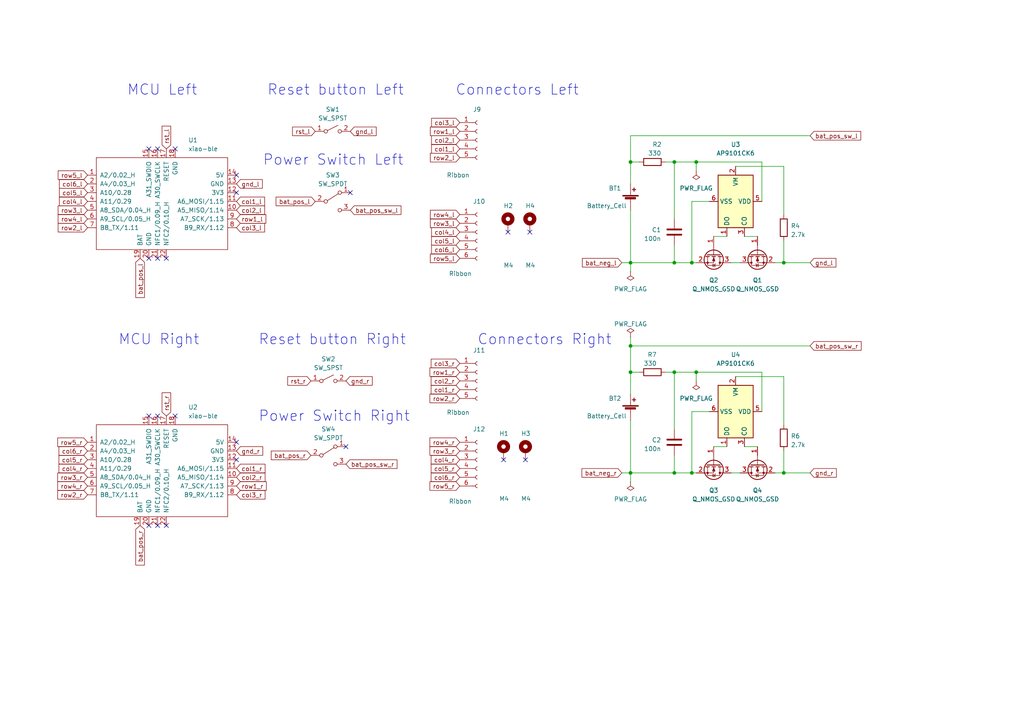
<source format=kicad_sch>
(kicad_sch (version 20230121) (generator eeschema)
  (paper "A4")
  (title_block (title "Elite-C holder") (date "2022-02-13") (rev "2.0") (company "BastardKB x KarlK90") (comment 1 "Licensed under CERN-OHL-W v2"))
  (lib_symbols
    (symbol "Battery_Management:AP9101CK6"
      (property "Reference" "U" (at -7.62 6.35 0))
      (property "Value" "AP9101CK6" (at 7.62 6.35 0))
      (symbol "AP9101CK6_0_1"
        (rectangle (start -7.62 5.08) (end 7.62 -5.08) (stroke (width 0.254)) (fill (type background)))
      )
      (symbol "AP9101CK6_1_1"
        (pin output line (at 10.16 -2.54 180) (length 2.54) (name "DO") (number "1"))
        (pin passive line (at -10.16 0 0) (length 2.54) (name "VM") (number "2"))
        (pin output line (at 10.16 2.54 180) (length 2.54) (name "CO") (number "3"))
        (pin no_connect line (at -7.62 -2.54 0) (length 2.54) hide (name "NC") (number "4"))
        (pin power_in line (at 0 7.62 270) (length 2.54) (name "VDD") (number "5"))
        (pin power_in line (at 0 -7.62 90) (length 2.54) (name "VSS") (number "6"))
      )
    )
    (symbol "Connector:Conn_01x05_Socket" (pin_names (offset 1.016) hide)
      (property "Reference" "J" (at 0 7.62 0))
      (property "Value" "Conn_01x05_Socket" (at 0 -7.62 0))
      (symbol "Conn_01x05_Socket_1_1"
        (arc (start 0 -4.572) (mid -0.5058 -5.08) (end 0 -5.588) (stroke (width 0.1524)))
        (arc (start 0 -2.032) (mid -0.5058 -2.54) (end 0 -3.048) (stroke (width 0.1524)))
        (polyline (pts (xy -1.27 -5.08) (xy -0.508 -5.08)) (stroke (width 0.1524)))
        (polyline (pts (xy -1.27 -2.54) (xy -0.508 -2.54)) (stroke (width 0.1524)))
        (polyline (pts (xy -1.27 0) (xy -0.508 0)) (stroke (width 0.1524)))
        (polyline (pts (xy -1.27 2.54) (xy -0.508 2.54)) (stroke (width 0.1524)))
        (polyline (pts (xy -1.27 5.08) (xy -0.508 5.08)) (stroke (width 0.1524)))
        (arc (start 0 0.508) (mid -0.5058 0) (end 0 -0.508) (stroke (width 0.1524)))
        (arc (start 0 3.048) (mid -0.5058 2.54) (end 0 2.032) (stroke (width 0.1524)))
        (arc (start 0 5.588) (mid -0.5058 5.08) (end 0 4.572) (stroke (width 0.1524)))
        (pin passive line (at -5.08 5.08 0) (length 3.81) (name "Pin_1") (number "1"))
        (pin passive line (at -5.08 2.54 0) (length 3.81) (name "Pin_2") (number "2"))
        (pin passive line (at -5.08 0 0) (length 3.81) (name "Pin_3") (number "3"))
        (pin passive line (at -5.08 -2.54 0) (length 3.81) (name "Pin_4") (number "4"))
        (pin passive line (at -5.08 -5.08 0) (length 3.81) (name "Pin_5") (number "5"))
      )
    )
    (symbol "Connector:Conn_01x06_Socket" (pin_names (offset 1.016) hide)
      (property "Reference" "J" (at 0 7.62 0))
      (property "Value" "Conn_01x06_Socket" (at 0 -10.16 0))
      (symbol "Conn_01x06_Socket_1_1"
        (arc (start 0 -7.112) (mid -0.5058 -7.62) (end 0 -8.128) (stroke (width 0.1524)))
        (arc (start 0 -4.572) (mid -0.5058 -5.08) (end 0 -5.588) (stroke (width 0.1524)))
        (arc (start 0 -2.032) (mid -0.5058 -2.54) (end 0 -3.048) (stroke (width 0.1524)))
        (polyline (pts (xy -1.27 -7.62) (xy -0.508 -7.62)) (stroke (width 0.1524)))
        (polyline (pts (xy -1.27 -5.08) (xy -0.508 -5.08)) (stroke (width 0.1524)))
        (polyline (pts (xy -1.27 -2.54) (xy -0.508 -2.54)) (stroke (width 0.1524)))
        (polyline (pts (xy -1.27 0) (xy -0.508 0)) (stroke (width 0.1524)))
        (polyline (pts (xy -1.27 2.54) (xy -0.508 2.54)) (stroke (width 0.1524)))
        (polyline (pts (xy -1.27 5.08) (xy -0.508 5.08)) (stroke (width 0.1524)))
        (arc (start 0 0.508) (mid -0.5058 0) (end 0 -0.508) (stroke (width 0.1524)))
        (arc (start 0 3.048) (mid -0.5058 2.54) (end 0 2.032) (stroke (width 0.1524)))
        (arc (start 0 5.588) (mid -0.5058 5.08) (end 0 4.572) (stroke (width 0.1524)))
        (pin passive line (at -5.08 5.08 0) (length 3.81) (name "Pin_1") (number "1"))
        (pin passive line (at -5.08 2.54 0) (length 3.81) (name "Pin_2") (number "2"))
        (pin passive line (at -5.08 0 0) (length 3.81) (name "Pin_3") (number "3"))
        (pin passive line (at -5.08 -2.54 0) (length 3.81) (name "Pin_4") (number "4"))
        (pin passive line (at -5.08 -5.08 0) (length 3.81) (name "Pin_5") (number "5"))
        (pin passive line (at -5.08 -7.62 0) (length 3.81) (name "Pin_6") (number "6"))
      )
    )
    (symbol "Device:Battery_Cell" (pin_numbers hide) (pin_names (offset 0) hide)
      (property "Reference" "BT" (at 2.54 2.54 0))
      (property "Value" "Battery_Cell" (at 2.54 0 0))
      (symbol "Battery_Cell_0_1"
        (rectangle (start -2.286 1.778) (end 2.286 1.524) (fill (type outline)))
        (rectangle (start -1.5748 1.1938) (end 1.4732 0.6858) (fill (type outline)))
        (polyline (pts (xy 0 0.762) (xy 0 0)))
        (polyline (pts (xy 0 1.778) (xy 0 2.54)))
        (polyline (pts (xy 0.508 3.429) (xy 1.524 3.429)) (stroke (width 0.254)))
        (polyline (pts (xy 1.016 3.937) (xy 1.016 2.921)) (stroke (width 0.254)))
      )
      (symbol "Battery_Cell_1_1"
        (pin passive line (at 0 5.08 270) (length 2.54) (name "+") (number "1"))
        (pin passive line (at 0 -2.54 90) (length 2.54) (name "-") (number "2"))
      )
    )
    (symbol "Device:C" (pin_numbers hide) (pin_names (offset 0.254))
      (property "Reference" "C" (at 0.635 2.54 0))
      (property "Value" "C" (at 0.635 -2.54 0))
      (symbol "C_0_1"
        (polyline (pts (xy -2.032 -0.762) (xy 2.032 -0.762)) (stroke (width 0.508)))
        (polyline (pts (xy -2.032 0.762) (xy 2.032 0.762)) (stroke (width 0.508)))
      )
      (symbol "C_1_1"
        (pin passive line (at 0 3.81 270) (length 2.794) (name "~") (number "1"))
        (pin passive line (at 0 -3.81 90) (length 2.794) (name "~") (number "2"))
      )
    )
    (symbol "Device:Q_NMOS_GSD" (pin_names (offset 0) hide)
      (property "Reference" "Q" (at 5.08 1.27 0))
      (property "Value" "Q_NMOS_GSD" (at 5.08 -1.27 0))
      (symbol "Q_NMOS_GSD_0_1"
        (polyline (pts (xy 0.254 0) (xy -2.54 0)))
        (polyline (pts (xy 0.254 1.905) (xy 0.254 -1.905)) (stroke (width 0.254)))
        (polyline (pts (xy 0.762 -1.27) (xy 0.762 -2.286)) (stroke (width 0.254)))
        (polyline (pts (xy 0.762 0.508) (xy 0.762 -0.508)) (stroke (width 0.254)))
        (polyline (pts (xy 0.762 2.286) (xy 0.762 1.27)) (stroke (width 0.254)))
        (polyline (pts (xy 2.54 2.54) (xy 2.54 1.778)))
        (polyline (pts (xy 2.54 -2.54) (xy 2.54 0) (xy 0.762 0)))
        (polyline (pts (xy 0.762 -1.778) (xy 3.302 -1.778) (xy 3.302 1.778) (xy 0.762 1.778)))
        (polyline (pts (xy 1.016 0) (xy 2.032 0.381) (xy 2.032 -0.381) (xy 1.016 0)) (fill (type outline)))
        (polyline (pts (xy 2.794 0.508) (xy 2.921 0.381) (xy 3.683 0.381) (xy 3.81 0.254)))
        (polyline (pts (xy 3.302 0.381) (xy 2.921 -0.254) (xy 3.683 -0.254) (xy 3.302 0.381)))
        (circle (center 1.651 0) (radius 2.794) (stroke (width 0.254)))
        (circle (center 2.54 -1.778) (radius 0.254) (fill (type outline)))
        (circle (center 2.54 1.778) (radius 0.254) (fill (type outline)))
      )
      (symbol "Q_NMOS_GSD_1_1"
        (pin input line (at -5.08 0 0) (length 2.54) (name "G") (number "1"))
        (pin passive line (at 2.54 -5.08 90) (length 2.54) (name "S") (number "2"))
        (pin passive line (at 2.54 5.08 270) (length 2.54) (name "D") (number "3"))
      )
    )
    (symbol "Device:R" (pin_numbers hide) (pin_names (offset 0))
      (property "Reference" "R" (at 2.032 0 90))
      (property "Value" "R" (at 0 0 90))
      (symbol "R_0_1"
        (rectangle (start -1.016 -2.54) (end 1.016 2.54) (stroke (width 0.254)))
      )
      (symbol "R_1_1"
        (pin passive line (at 0 3.81 270) (length 1.27) (name "~") (number "1"))
        (pin passive line (at 0 -3.81 90) (length 1.27) (name "~") (number "2"))
      )
    )
    (symbol "Mechanical:MountingHole_Pad" (pin_numbers hide) (pin_names (offset 1.016) hide)
      (property "Reference" "H" (at 0 6.35 0))
      (property "Value" "MountingHole_Pad" (at 0 4.445 0))
      (symbol "MountingHole_Pad_0_1"
        (circle (center 0 1.27) (radius 1.27) (stroke (width 1.27)))
      )
      (symbol "MountingHole_Pad_1_1"
        (pin input line (at 0 -2.54 90) (length 2.54) (name "1") (number "1"))
      )
    )
    (symbol "Switch:SW_SPDT" (pin_names (offset 0) hide)
      (property "Reference" "SW" (at 0 4.318 0))
      (property "Value" "SW_SPDT" (at 0 -5.08 0))
      (symbol "SW_SPDT_0_0"
        (circle (center -2.032 0) (radius 0.508))
        (circle (center 2.032 -2.54) (radius 0.508))
      )
      (symbol "SW_SPDT_0_1"
        (polyline (pts (xy -1.524 0.254) (xy 1.651 2.286)))
        (circle (center 2.032 2.54) (radius 0.508))
      )
      (symbol "SW_SPDT_1_1"
        (pin passive line (at 5.08 2.54 180) (length 2.54) (name "A") (number "1"))
        (pin passive line (at -5.08 0 0) (length 2.54) (name "B") (number "2"))
        (pin passive line (at 5.08 -2.54 180) (length 2.54) (name "C") (number "3"))
      )
    )
    (symbol "Switch:SW_SPST" (pin_names (offset 0) hide)
      (property "Reference" "SW" (at 0 3.175 0))
      (property "Value" "SW_SPST" (at 0 -2.54 0))
      (symbol "SW_SPST_0_0"
        (circle (center -2.032 0) (radius 0.508))
        (polyline (pts (xy -1.524 0.254) (xy 1.524 1.778)))
        (circle (center 2.032 0) (radius 0.508))
      )
      (symbol "SW_SPST_1_1"
        (pin passive line (at -5.08 0 0) (length 2.54) (name "A") (number "1"))
        (pin passive line (at 5.08 0 180) (length 2.54) (name "B") (number "2"))
      )
    )
    (symbol "power:PWR_FLAG" (power) (pin_numbers hide) (pin_names (offset 0) hide)
      (property "Value" "PWR_FLAG" (at 0 3.81 0))
      (symbol "PWR_FLAG_0_0"
        (pin power_out line (at 0 0 90) (length 0) (name "pwr") (number "1"))
      )
      (symbol "PWR_FLAG_0_1"
        (polyline (pts (xy 0 0) (xy 0 1.27) (xy -1.016 1.905) (xy 0 2.54) (xy 1.016 1.905) (xy 0 1.27)))
      )
    )
    (symbol "z-components:xiao-ble-totem" (pin_names (offset 1.016))
      (property "Reference" "U1" (at -19.304 17.78 0))
      (property "Value" "xiao-ble" (at -19.304 15.24 0))
      (symbol "xiao-ble-totem_0_1"
        (rectangle (start -19.05 12.7) (end 19.05 -13.97))
      )
      (symbol "xiao-ble-totem_1_1"
        (pin bidirectional line (at -21.59 7.62 0) (length 2.54) (name "A2/0.02_H") (number "1"))
        (pin bidirectional line (at 21.59 -2.54 180) (length 2.54) (name "A5_MISO/1.14") (number "10"))
        (pin bidirectional line (at 21.59 0 180) (length 2.54) (name "A6_MOSI/1.15") (number "11"))
        (pin power_out line (at 21.59 2.54 180) (length 2.54) (name "3V3") (number "12"))
        (pin power_out line (at 21.59 5.08 180) (length 2.54) (name "GND") (number "13"))
        (pin power_out line (at 21.59 7.62 180) (length 2.54) (name "5V") (number "14"))
        (pin input line (at -3.81 15.24 270) (length 2.54) (name "A31_SWDIO") (number "15"))
        (pin input line (at -1.27 15.24 270) (length 2.54) (name "A30_SWCLK") (number "16"))
        (pin input line (at 1.27 15.24 270) (length 2.54) (name "RESET") (number "17"))
        (pin power_out line (at 3.81 15.24 270) (length 2.54) (name "GND") (number "18"))
        (pin bidirectional line (at -6.35 -16.51 90) (length 2.54) (name "BAT") (number "19"))
        (pin bidirectional line (at -21.59 5.08 0) (length 2.54) (name "A4/0.03_H") (number "2"))
        (pin power_out line (at -3.81 -16.51 90) (length 2.54) (name "GND") (number "20"))
        (pin bidirectional line (at -1.27 -16.51 90) (length 2.54) (name "NFC1/0.09_H") (number "21"))
        (pin bidirectional line (at 1.27 -16.51 90) (length 2.54) (name "NFC2/0.10_H") (number "22"))
        (pin bidirectional line (at -21.59 2.54 0) (length 2.54) (name "A10/0.28") (number "3"))
        (pin bidirectional line (at -21.59 0 0) (length 2.54) (name "A11/0.29") (number "4"))
        (pin bidirectional line (at -21.59 -2.54 0) (length 2.54) (name "A8_SDA/0.04_H") (number "5"))
        (pin bidirectional line (at -21.59 -5.08 0) (length 2.54) (name "A9_SCL/0.05_H") (number "6"))
        (pin bidirectional line (at -21.59 -7.62 0) (length 2.54) (name "B8_TX/1.11") (number "7"))
        (pin bidirectional line (at 21.59 -7.62 180) (length 2.54) (name "B9_RX/1.12") (number "8"))
        (pin bidirectional line (at 21.59 -5.08 180) (length 2.54) (name "A7_SCK/1.13") (number "9"))
      )
    )
  )
  (junction (at 195.58 107.95))
  (junction (at 195.58 46.99))
  (junction (at 201.93 107.95))
  (junction (at 195.58 137.16))
  (junction (at 200.66 76.2))
  (junction (at 201.93 46.99))
  (junction (at 182.88 137.16))
  (junction (at 227.33 76.2))
  (junction (at 182.88 107.95))
  (junction (at 182.88 46.99))
  (junction (at 182.88 100.33))
  (junction (at 200.66 137.16))
  (junction (at 195.58 76.2))
  (junction (at 227.33 137.16))
  (junction (at 182.88 76.2))
  (no_connect (at 153.67 67.31))
  (no_connect (at 146.05 133.35))
  (no_connect (at 45.72 43.18))
  (no_connect (at 43.18 120.65))
  (no_connect (at 100.33 129.54))
  (no_connect (at 48.26 152.4))
  (no_connect (at 48.26 74.93))
  (no_connect (at 50.8 120.65))
  (no_connect (at 45.72 120.65))
  (no_connect (at 68.58 55.88))
  (no_connect (at 43.18 43.18))
  (no_connect (at 43.18 152.4))
  (no_connect (at 68.58 128.27))
  (no_connect (at 101.6 55.88))
  (no_connect (at 68.58 50.8))
  (no_connect (at 45.72 152.4))
  (no_connect (at 68.58 133.35))
  (no_connect (at 152.4 133.35))
  (no_connect (at 45.72 74.93))
  (no_connect (at 147.32 67.31))
  (no_connect (at 50.8 43.18))
  (no_connect (at 43.18 74.93))
  (wire (pts (xy 220.98 107.95) (xy 220.98 119.38)))
  (wire (pts (xy 182.88 107.95) (xy 182.88 114.3)))
  (wire (pts (xy 212.09 137.16) (xy 214.63 137.16)))
  (wire (pts (xy 182.88 97.79) (xy 182.88 100.33)))
  (wire (pts (xy 195.58 132.08) (xy 195.58 137.16)))
  (wire (pts (xy 201.93 107.95) (xy 220.98 107.95)))
  (wire (pts (xy 195.58 107.95) (xy 193.04 107.95)))
  (wire (pts (xy 212.09 76.2) (xy 214.63 76.2)))
  (wire (pts (xy 200.66 137.16) (xy 195.58 137.16)))
  (wire (pts (xy 201.93 76.2) (xy 200.66 76.2)))
  (wire (pts (xy 224.79 76.2) (xy 227.33 76.2)))
  (wire (pts (xy 227.33 76.2) (xy 234.95 76.2)))
  (wire (pts (xy 201.93 137.16) (xy 200.66 137.16)))
  (wire (pts (xy 195.58 124.46) (xy 195.58 107.95)))
  (wire (pts (xy 182.88 46.99) (xy 185.42 46.99)))
  (wire (pts (xy 195.58 46.99) (xy 201.93 46.99)))
  (wire (pts (xy 182.88 100.33) (xy 182.88 107.95)))
  (wire (pts (xy 227.33 69.85) (xy 227.33 76.2)))
  (wire (pts (xy 193.04 46.99) (xy 195.58 46.99)))
  (wire (pts (xy 227.33 62.23) (xy 227.33 48.26)))
  (wire (pts (xy 195.58 71.12) (xy 195.58 76.2)))
  (wire (pts (xy 227.33 109.22) (xy 227.33 123.19)))
  (wire (pts (xy 227.33 137.16) (xy 227.33 130.81)))
  (wire (pts (xy 200.66 58.42) (xy 205.74 58.42)))
  (wire (pts (xy 234.95 100.33) (xy 182.88 100.33)))
  (wire (pts (xy 182.88 76.2) (xy 195.58 76.2)))
  (wire (pts (xy 213.36 109.22) (xy 227.33 109.22)))
  (wire (pts (xy 207.01 129.54) (xy 210.82 129.54)))
  (wire (pts (xy 201.93 46.99) (xy 220.98 46.99)))
  (wire (pts (xy 215.9 129.54) (xy 219.71 129.54)))
  (wire (pts (xy 201.93 107.95) (xy 201.93 110.49)))
  (wire (pts (xy 195.58 63.5) (xy 195.58 46.99)))
  (wire (pts (xy 195.58 107.95) (xy 201.93 107.95)))
  (wire (pts (xy 224.79 137.16) (xy 227.33 137.16)))
  (wire (pts (xy 210.82 68.58) (xy 207.01 68.58)))
  (wire (pts (xy 200.66 119.38) (xy 200.66 137.16)))
  (wire (pts (xy 180.34 137.16) (xy 182.88 137.16)))
  (wire (pts (xy 182.88 39.37) (xy 234.95 39.37)))
  (wire (pts (xy 182.88 46.99) (xy 182.88 53.34)))
  (wire (pts (xy 195.58 76.2) (xy 200.66 76.2)))
  (wire (pts (xy 201.93 46.99) (xy 201.93 49.53)))
  (wire (pts (xy 215.9 68.58) (xy 219.71 68.58)))
  (wire (pts (xy 220.98 46.99) (xy 220.98 58.42)))
  (wire (pts (xy 200.66 76.2) (xy 200.66 58.42)))
  (wire (pts (xy 227.33 48.26) (xy 213.36 48.26)))
  (wire (pts (xy 195.58 137.16) (xy 182.88 137.16)))
  (wire (pts (xy 182.88 39.37) (xy 182.88 46.99)))
  (wire (pts (xy 227.33 137.16) (xy 234.95 137.16)))
  (wire (pts (xy 205.74 119.38) (xy 200.66 119.38)))
  (wire (pts (xy 180.34 76.2) (xy 182.88 76.2)))
  (wire (pts (xy 182.88 137.16) (xy 182.88 121.92)))
  (wire (pts (xy 182.88 76.2) (xy 182.88 78.74)))
  (wire (pts (xy 182.88 137.16) (xy 182.88 139.7)))
  (wire (pts (xy 182.88 107.95) (xy 185.42 107.95)))
  (wire (pts (xy 182.88 76.2) (xy 182.88 60.96)))
  (text "Power Switch Right" (at 74.93 122.555 0) (effects (font (size 3 3)) (justify left bottom)))
  (text "Reset button Left" (at 77.47 27.94 0) (effects (font (size 3 3)) (justify left bottom)))
  (text "Power Switch Left" (at 76.2 48.26 0) (effects (font (size 3 3)) (justify left bottom)))
  (text "Connectors Left" (at 132.08 27.94 0) (effects (font (size 3 3)) (justify left bottom)))
  (text "Reset button Right" (at 74.93 100.33 0) (effects (font (size 3 3)) (justify left bottom)))
  (text "MCU Left" (at 36.83 27.94 0) (effects (font (size 3 3)) (justify left bottom)))
  (text "MCU Right" (at 34.29 100.33 0) (effects (font (size 3 3)) (justify left bottom)))
  (text "Connectors Right" (at 138.43 100.33 0) (effects (font (size 3 3)) (justify left bottom)))
  (global_label "col2_r" (shape input) (at 68.58 138.43 0) (property "Intersheetrefs" "${INTERSHEET_REFS}" (effects hide)))
  (global_label "row4_r" (shape input) (at 25.4 140.97 180) (property "Intersheetrefs" "${INTERSHEET_REFS}" (effects hide)))
  (global_label "bat_neg_l" (shape input) (at 180.34 76.2 180) (property "Intersheetrefs" "${INTERSHEET_REFS}" (effects hide)))
  (global_label "col5_l" (shape input) (at 25.4 55.88 180) (property "Intersheetrefs" "${INTERSHEET_REFS}" (effects hide)))
  (global_label "gnd_r" (shape input) (at 234.95 137.16 0) (property "Intersheetrefs" "${INTERSHEET_REFS}" (effects hide)))
  (global_label "row1_r" (shape input) (at 133.35 107.95 180) (property "Intersheetrefs" "${INTERSHEET_REFS}" (effects hide)))
  (global_label "col6_l" (shape input) (at 133.35 72.39 180) (property "Intersheetrefs" "${INTERSHEET_REFS}" (effects hide)))
  (global_label "bat_pos_sw_r" (shape input) (at 100.33 134.62 0) (property "Intersheetrefs" "${INTERSHEET_REFS}" (effects hide)))
  (global_label "row2_l" (shape input) (at 25.4 66.04 180) (property "Intersheetrefs" "${INTERSHEET_REFS}" (effects hide)))
  (global_label "col1_l" (shape input) (at 68.58 58.42 0) (property "Intersheetrefs" "${INTERSHEET_REFS}" (effects hide)))
  (global_label "col1_r" (shape input) (at 133.35 113.03 180) (property "Intersheetrefs" "${INTERSHEET_REFS}" (effects hide)))
  (global_label "row1_r" (shape input) (at 68.58 140.97 0) (property "Intersheetrefs" "${INTERSHEET_REFS}" (effects hide)))
  (global_label "row3_r" (shape input) (at 25.4 138.43 180) (property "Intersheetrefs" "${INTERSHEET_REFS}" (effects hide)))
  (global_label "col1_l" (shape input) (at 133.35 43.18 180) (property "Intersheetrefs" "${INTERSHEET_REFS}" (effects hide)))
  (global_label "col4_r" (shape input) (at 25.4 135.89 180) (property "Intersheetrefs" "${INTERSHEET_REFS}" (effects hide)))
  (global_label "row3_l" (shape input) (at 25.4 60.96 180) (property "Intersheetrefs" "${INTERSHEET_REFS}" (effects hide)))
  (global_label "row4_l" (shape input) (at 25.4 63.5 180) (property "Intersheetrefs" "${INTERSHEET_REFS}" (effects hide)))
  (global_label "col6_r" (shape input) (at 25.4 130.81 180) (property "Intersheetrefs" "${INTERSHEET_REFS}" (effects hide)))
  (global_label "col2_l" (shape input) (at 68.58 60.96 0) (property "Intersheetrefs" "${INTERSHEET_REFS}" (effects hide)))
  (global_label "row2_r" (shape input) (at 25.4 143.51 180) (property "Intersheetrefs" "${INTERSHEET_REFS}" (effects hide)))
  (global_label "row3_r" (shape input) (at 133.35 130.81 180) (property "Intersheetrefs" "${INTERSHEET_REFS}" (effects hide)))
  (global_label "rst_r" (shape input) (at 48.26 120.65 90) (property "Intersheetrefs" "${INTERSHEET_REFS}" (effects hide)))
  (global_label "col5_r" (shape input) (at 25.4 133.35 180) (property "Intersheetrefs" "${INTERSHEET_REFS}" (effects hide)))
  (global_label "row5_l" (shape input) (at 25.4 50.8 180) (property "Intersheetrefs" "${INTERSHEET_REFS}" (effects hide)))
  (global_label "row5_l" (shape input) (at 133.35 74.93 180) (property "Intersheetrefs" "${INTERSHEET_REFS}" (effects hide)))
  (global_label "bat_pos_l" (shape input) (at 40.64 74.93 270) (property "Intersheetrefs" "${INTERSHEET_REFS}" (effects hide)))
  (global_label "col5_l" (shape input) (at 133.35 69.85 180) (property "Intersheetrefs" "${INTERSHEET_REFS}" (effects hide)))
  (global_label "gnd_r" (shape input) (at 100.33 110.49 0) (property "Intersheetrefs" "${INTERSHEET_REFS}" (effects hide)))
  (global_label "row4_r" (shape input) (at 133.35 128.27 180) (property "Intersheetrefs" "${INTERSHEET_REFS}" (effects hide)))
  (global_label "rst_l" (shape input) (at 91.44 38.1 180) (property "Intersheetrefs" "${INTERSHEET_REFS}" (effects hide)))
  (global_label "bat_neg_r" (shape input) (at 180.34 137.16 180) (property "Intersheetrefs" "${INTERSHEET_REFS}" (effects hide)))
  (global_label "bat_pos_r" (shape input) (at 90.17 132.08 180) (property "Intersheetrefs" "${INTERSHEET_REFS}" (effects hide)))
  (global_label "bat_pos_sw_l" (shape input) (at 234.95 39.37 0) (property "Intersheetrefs" "${INTERSHEET_REFS}" (effects hide)))
  (global_label "gnd_l" (shape input) (at 101.6 38.1 0) (property "Intersheetrefs" "${INTERSHEET_REFS}" (effects hide)))
  (global_label "row1_l" (shape input) (at 133.35 38.1 180) (property "Intersheetrefs" "${INTERSHEET_REFS}" (effects hide)))
  (global_label "col3_l" (shape input) (at 68.58 66.04 0) (property "Intersheetrefs" "${INTERSHEET_REFS}" (effects hide)))
  (global_label "col3_r" (shape input) (at 133.35 105.41 180) (property "Intersheetrefs" "${INTERSHEET_REFS}" (effects hide)))
  (global_label "bat_pos_sw_l" (shape input) (at 101.6 60.96 0) (property "Intersheetrefs" "${INTERSHEET_REFS}" (effects hide)))
  (global_label "row2_l" (shape input) (at 133.35 45.72 180) (property "Intersheetrefs" "${INTERSHEET_REFS}" (effects hide)))
  (global_label "col6_l" (shape input) (at 25.4 53.34 180) (property "Intersheetrefs" "${INTERSHEET_REFS}" (effects hide)))
  (global_label "row3_l" (shape input) (at 133.35 64.77 180) (property "Intersheetrefs" "${INTERSHEET_REFS}" (effects hide)))
  (global_label "row1_l" (shape input) (at 68.58 63.5 0) (property "Intersheetrefs" "${INTERSHEET_REFS}" (effects hide)))
  (global_label "col3_l" (shape input) (at 133.35 35.56 180) (property "Intersheetrefs" "${INTERSHEET_REFS}" (effects hide)))
  (global_label "row5_r" (shape input) (at 133.35 140.97 180) (property "Intersheetrefs" "${INTERSHEET_REFS}" (effects hide)))
  (global_label "col3_r" (shape input) (at 68.58 143.51 0) (property "Intersheetrefs" "${INTERSHEET_REFS}" (effects hide)))
  (global_label "rst_r" (shape input) (at 90.17 110.49 180) (property "Intersheetrefs" "${INTERSHEET_REFS}" (effects hide)))
  (global_label "bat_pos_r" (shape input) (at 40.64 152.4 270) (property "Intersheetrefs" "${INTERSHEET_REFS}" (effects hide)))
  (global_label "rst_l" (shape input) (at 48.26 43.18 90) (property "Intersheetrefs" "${INTERSHEET_REFS}" (effects hide)))
  (global_label "row2_r" (shape input) (at 133.35 115.57 180) (property "Intersheetrefs" "${INTERSHEET_REFS}" (effects hide)))
  (global_label "row4_l" (shape input) (at 133.35 62.23 180) (property "Intersheetrefs" "${INTERSHEET_REFS}" (effects hide)))
  (global_label "col6_r" (shape input) (at 133.35 138.43 180) (property "Intersheetrefs" "${INTERSHEET_REFS}" (effects hide)))
  (global_label "col1_r" (shape input) (at 68.58 135.89 0) (property "Intersheetrefs" "${INTERSHEET_REFS}" (effects hide)))
  (global_label "row5_r" (shape input) (at 25.4 128.27 180) (property "Intersheetrefs" "${INTERSHEET_REFS}" (effects hide)))
  (global_label "col2_r" (shape input) (at 133.35 110.49 180) (property "Intersheetrefs" "${INTERSHEET_REFS}" (effects hide)))
  (global_label "gnd_l" (shape input) (at 68.58 53.34 0) (property "Intersheetrefs" "${INTERSHEET_REFS}" (effects hide)))
  (global_label "bat_pos_sw_r" (shape input) (at 234.95 100.33 0) (property "Intersheetrefs" "${INTERSHEET_REFS}" (effects hide)))
  (global_label "gnd_r" (shape input) (at 68.58 130.81 0) (property "Intersheetrefs" "${INTERSHEET_REFS}" (effects hide)))
  (global_label "gnd_l" (shape input) (at 234.95 76.2 0) (property "Intersheetrefs" "${INTERSHEET_REFS}" (effects hide)))
  (global_label "bat_pos_l" (shape input) (at 91.44 58.42 180) (property "Intersheetrefs" "${INTERSHEET_REFS}" (effects hide)))
  (global_label "col4_r" (shape input) (at 133.35 133.35 180) (property "Intersheetrefs" "${INTERSHEET_REFS}" (effects hide)))
  (global_label "col5_r" (shape input) (at 133.35 135.89 180) (property "Intersheetrefs" "${INTERSHEET_REFS}" (effects hide)))
  (global_label "col4_l" (shape input) (at 133.35 67.31 180) (property "Intersheetrefs" "${INTERSHEET_REFS}" (effects hide)))
  (global_label "col2_l" (shape input) (at 133.35 40.64 180) (property "Intersheetrefs" "${INTERSHEET_REFS}" (effects hide)))
  (global_label "col4_l" (shape input) (at 25.4 58.42 180) (property "Intersheetrefs" "${INTERSHEET_REFS}" (effects hide)))
  (symbol (lib_id "Device:C") (at 195.58 128.27 0) (mirror y) (unit 1)
    (property "Reference" "C2" (at 191.77 127.635 0) (effects (justify left)))
    (property "Value" "100n" (at 191.77 130.175 0) (effects (justify left)))
    (property "Footprint" "Capacitor_SMD:C_0805_2012Metric_Pad1.18x1.45mm_HandSolder" (effects hide))
  )
  (symbol (lib_id "Switch:SW_SPST") (at 96.52 38.1 0) (unit 1)
    (property "Reference" "SW1" (at 96.52 31.75 0))
    (property "Value" "SW_SPST" (at 96.52 34.29 0))
    (property "Footprint" "Library:PushSwitch" (effects hide))
  )
  (symbol (lib_id "power:PWR_FLAG") (at 201.93 110.49 180) (unit 1)
    (property "Reference" "#FLG05" (effects hide))
    (property "Value" "PWR_FLAG" (at 201.93 115.57 0))
  )
  (symbol (lib_id "Mechanical:MountingHole_Pad") (at 147.32 64.77 0) (unit 1)
    (property "Reference" "H2" (at 146.05 59.69 0) (effects (justify left)))
    (property "Value" "M4" (at 146.05 76.962 0) (effects (justify left)))
    (property "Footprint" "Library:MountingHole_4mm_Pad_thin" (effects hide))
  )
  (symbol (lib_id "Device:R") (at 227.33 66.04 0) (unit 1)
    (property "Reference" "R4" (at 229.362 65.532 0) (effects (justify left)))
    (property "Value" "2.7k" (at 229.362 68.072 0) (effects (justify left)))
    (property "Footprint" "Resistor_SMD:R_0805_2012Metric_Pad1.20x1.40mm_HandSolder" (effects hide))
    (property "JLCPCB BOM" "1" (effects hide))
    (property "JLCPCB Part" "C26033" (effects hide))
  )
  (symbol (lib_id "Device:R") (at 189.23 107.95 90) (unit 1)
    (property "Reference" "R7" (at 190.5 102.87 90) (effects (justify left)))
    (property "Value" "330" (at 190.5 105.41 90) (effects (justify left)))
    (property "Footprint" "Resistor_SMD:R_0805_2012Metric_Pad1.20x1.40mm_HandSolder" (effects hide))
    (property "JLCPCB BOM" "1" (effects hide))
    (property "JLCPCB Part" "C26033" (effects hide))
  )
  (symbol (lib_id "Battery_Management:AP9101CK6") (at 213.36 119.38 270) (unit 1)
    (property "Reference" "U4" (at 213.36 102.87 90))
    (property "Value" "AP9101CK6" (at 213.36 105.41 90))
    (property "Footprint" "Package_TO_SOT_SMD:SOT-23-6" (effects hide))
    (property "Datasheet" "https://www.diodes.com/assets/Datasheets/AP9101C.pdf" (effects hide))
  )
  (symbol (lib_id "Connector:Conn_01x05_Socket") (at 138.43 110.49 0) (unit 1)
    (property "Reference" "J11" (at 137.16 101.6 0) (effects (justify left)))
    (property "Value" "Ribbon" (at 129.54 119.634 0) (effects (justify left)))
    (property "Footprint" "Library:5_PinHeader" (effects hide))
  )
  (symbol (lib_id "z-components:xiao-ble-totem") (at 46.99 135.89 0) (unit 1)
    (property "Reference" "U2" (at 54.61 118.11 0) (effects (justify left)))
    (property "Value" "xiao-ble" (at 54.61 120.65 0) (effects (justify left)))
    (property "Footprint" "z_keyboard_related:xiao-ble-smd-2-bogo-cutout" (effects hide))
  )
  (symbol (lib_id "Battery_Management:AP9101CK6") (at 213.36 58.42 270) (unit 1)
    (property "Reference" "U3" (at 213.36 41.91 90))
    (property "Value" "AP9101CK6" (at 213.36 44.45 90))
    (property "Footprint" "Package_TO_SOT_SMD:SOT-23-6" (effects hide))
    (property "Datasheet" "https://www.diodes.com/assets/Datasheets/AP9101C.pdf" (effects hide))
  )
  (symbol (lib_id "Device:Battery_Cell") (at 182.88 58.42 0) (unit 1)
    (property "Reference" "BT1" (at 176.53 54.61 0) (effects (justify left)))
    (property "Value" "Battery_Cell" (at 170.18 59.69 0) (effects (justify left)))
    (property "Footprint" "Battery:BatteryHolder_Keystone_2466_1xAAA" (effects hide))
  )
  (symbol (lib_id "power:PWR_FLAG") (at 201.93 49.53 180) (unit 1)
    (property "Reference" "#FLG01" (effects hide))
    (property "Value" "PWR_FLAG" (at 201.93 54.61 0))
  )
  (symbol (lib_id "Mechanical:MountingHole_Pad") (at 153.67 64.77 0) (unit 1)
    (property "Reference" "H4" (at 152.4 59.69 0) (effects (justify left)))
    (property "Value" "M4" (at 152.4 76.962 0) (effects (justify left)))
    (property "Footprint" "Library:MountingHole_4mm_Pad_thin" (effects hide))
  )
  (symbol (lib_id "Device:R") (at 227.33 127 0) (unit 1)
    (property "Reference" "R6" (at 229.362 126.492 0) (effects (justify left)))
    (property "Value" "2.7k" (at 229.362 129.032 0) (effects (justify left)))
    (property "Footprint" "Resistor_SMD:R_0805_2012Metric_Pad1.20x1.40mm_HandSolder" (effects hide))
    (property "JLCPCB BOM" "1" (effects hide))
    (property "JLCPCB Part" "C26033" (effects hide))
  )
  (symbol (lib_id "Mechanical:MountingHole_Pad") (at 146.05 130.81 0) (unit 1)
    (property "Reference" "H1" (at 144.78 125.73 0) (effects (justify left)))
    (property "Value" "M4" (at 144.78 144.653 0) (effects (justify left)))
    (property "Footprint" "Library:MountingHole_4mm_Pad_thin" (effects hide))
  )
  (symbol (lib_id "power:PWR_FLAG") (at 182.88 97.79 0) (unit 1)
    (property "Reference" "#FLG03" (effects hide))
    (property "Value" "PWR_FLAG" (at 182.88 93.98 0))
  )
  (symbol (lib_id "Device:Q_NMOS_GSD") (at 207.01 134.62 270) (unit 1)
    (property "Reference" "Q3" (at 207.01 142.24 90))
    (property "Value" "Q_NMOS_GSD" (at 207.01 144.78 90))
    (property "Footprint" "Package_TO_SOT_SMD:SOT-23" (effects hide))
  )
  (symbol (lib_id "Connector:Conn_01x06_Socket") (at 138.43 133.35 0) (unit 1)
    (property "Reference" "J12" (at 137.16 124.46 0) (effects (justify left)))
    (property "Value" "Ribbon" (at 130.175 145.415 0) (effects (justify left)))
    (property "Footprint" "Library:6_PinHeader" (effects hide))
  )
  (symbol (lib_id "Switch:SW_SPST") (at 95.25 110.49 0) (unit 1)
    (property "Reference" "SW2" (at 95.25 104.14 0))
    (property "Value" "SW_SPST" (at 95.25 106.68 0))
    (property "Footprint" "Library:PushSwitch" (effects hide))
  )
  (symbol (lib_id "power:PWR_FLAG") (at 182.88 78.74 180) (unit 1)
    (property "Reference" "#FLG02" (effects hide))
    (property "Value" "PWR_FLAG" (at 182.88 83.82 0))
  )
  (symbol (lib_id "z-components:xiao-ble-totem") (at 46.99 58.42 0) (unit 1)
    (property "Reference" "U1" (at 54.61 40.64 0) (effects (justify left)))
    (property "Value" "xiao-ble" (at 54.61 43.18 0) (effects (justify left)))
    (property "Footprint" "z_keyboard_related:xiao-ble-smd-2-bogo-cutout" (effects hide))
  )
  (symbol (lib_id "Device:R") (at 189.23 46.99 270) (unit 1)
    (property "Reference" "R2" (at 189.23 41.91 90) (effects (justify left)))
    (property "Value" "330" (at 187.96 44.45 90) (effects (justify left)))
    (property "Footprint" "Resistor_SMD:R_0805_2012Metric_Pad1.20x1.40mm_HandSolder" (effects hide))
    (property "JLCPCB BOM" "1" (effects hide))
    (property "JLCPCB Part" "C26033" (effects hide))
  )
  (symbol (lib_id "power:PWR_FLAG") (at 182.88 139.7 180) (unit 1)
    (property "Reference" "#FLG04" (effects hide))
    (property "Value" "PWR_FLAG" (at 182.88 144.78 0))
  )
  (symbol (lib_id "Switch:SW_SPDT") (at 96.52 58.42 0) (unit 1)
    (property "Reference" "SW3" (at 96.52 50.8 0))
    (property "Value" "SW_SPDT" (at 96.52 53.34 0))
    (property "Footprint" "Library:CL-SB-12B-01T" (effects hide))
  )
  (symbol (lib_id "Mechanical:MountingHole_Pad") (at 152.4 130.81 0) (unit 1)
    (property "Reference" "H3" (at 151.13 125.73 0) (effects (justify left)))
    (property "Value" "M4" (at 151.13 144.653 0) (effects (justify left)))
    (property "Footprint" "Library:MountingHole_4mm_Pad_thin" (effects hide))
  )
  (symbol (lib_id "Connector:Conn_01x05_Socket") (at 138.43 40.64 0) (unit 1)
    (property "Reference" "J9" (at 137.16 31.75 0) (effects (justify left)))
    (property "Value" "Ribbon" (at 129.54 50.8 0) (effects (justify left)))
    (property "Footprint" "Library:5_PinHeader" (effects hide))
  )
  (symbol (lib_id "Device:Battery_Cell") (at 182.88 119.38 0) (unit 1)
    (property "Reference" "BT2" (at 176.53 115.57 0) (effects (justify left)))
    (property "Value" "Battery_Cell" (at 170.18 120.65 0) (effects (justify left)))
    (property "Footprint" "Battery:BatteryHolder_Keystone_2466_1xAAA" (effects hide))
  )
  (symbol (lib_id "Switch:SW_SPDT") (at 95.25 132.08 0) (unit 1)
    (property "Reference" "SW4" (at 95.25 124.46 0))
    (property "Value" "SW_SPDT" (at 95.25 127 0))
    (property "Footprint" "Library:CL-SB-12B-01T" (effects hide))
  )
  (symbol (lib_id "Device:Q_NMOS_GSD") (at 207.01 73.66 270) (unit 1)
    (property "Reference" "Q2" (at 207.01 81.28 90))
    (property "Value" "Q_NMOS_GSD" (at 207.01 83.82 90))
    (property "Footprint" "Package_TO_SOT_SMD:SOT-23" (effects hide))
  )
  (symbol (lib_id "Device:Q_NMOS_GSD") (at 219.71 134.62 90) (mirror x) (unit 1)
    (property "Reference" "Q4" (at 219.71 142.24 90))
    (property "Value" "Q_NMOS_GSD" (at 219.71 144.78 90))
    (property "Footprint" "Package_TO_SOT_SMD:SOT-23" (effects hide))
  )
  (symbol (lib_id "Connector:Conn_01x06_Socket") (at 138.43 67.31 0) (unit 1)
    (property "Reference" "J10" (at 137.16 58.42 0) (effects (justify left)))
    (property "Value" "Ribbon" (at 130.175 79.375 0) (effects (justify left)))
    (property "Footprint" "Library:6_PinHeader" (effects hide))
  )
  (symbol (lib_id "Device:Q_NMOS_GSD") (at 219.71 73.66 90) (mirror x) (unit 1)
    (property "Reference" "Q1" (at 219.71 81.28 90))
    (property "Value" "Q_NMOS_GSD" (at 219.71 83.82 90))
    (property "Footprint" "Package_TO_SOT_SMD:SOT-23" (effects hide))
  )
  (symbol (lib_id "Device:C") (at 195.58 67.31 0) (mirror y) (unit 1)
    (property "Reference" "C1" (at 191.77 66.675 0) (effects (justify left)))
    (property "Value" "100n" (at 191.77 69.215 0) (effects (justify left)))
    (property "Footprint" "Capacitor_SMD:C_0805_2012Metric_Pad1.18x1.45mm_HandSolder" (effects hide))
  )
)
</source>
